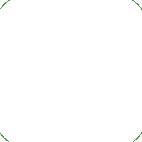
<source format=gbr>
%TF.GenerationSoftware,Novarm,DipTrace,4.2.0.1*%
%TF.CreationDate,2022-05-12T15:24:38+00:00*%
%FSLAX35Y35*%
%MOMM*%
%TF.FileFunction,Profile*%
%TF.Part,Single*%
%ADD10C,0.12*%
G75*
G01*
%LPD*%
X1234316Y1234315D2*
D10*
G03X2365686Y2365685I565685J565685D01*
G01*
G03X1234316Y1234315I-565685J-565685D01*
G01*
M02*

</source>
